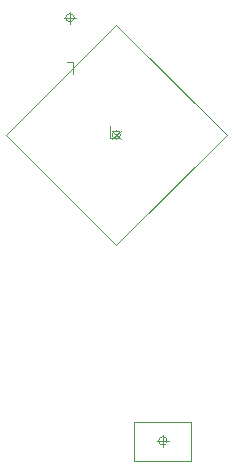
<source format=gbr>
%TF.GenerationSoftware,Altium Limited,Altium Designer,19.0.4 (130)*%
G04 Layer_Color=32768*
%FSLAX26Y26*%
%MOIN*%
%TF.FileFunction,Other,Mechanical_15*%
%TF.Part,Single*%
G01*
G75*
%TA.AperFunction,NonConductor*%
%ADD56C,0.001968*%
%ADD57C,0.003937*%
D56*
X3692835Y1265402D02*
G03*
X3692835Y1265402I-13780J0D01*
G01*
X3537780Y2285000D02*
G03*
X3537780Y2285000I-13780J0D01*
G01*
X3382780Y2676000D02*
G03*
X3382780Y2676000I-13780J0D01*
G01*
X3679055Y1245717D02*
Y1285087D01*
X3659370Y1265402D02*
X3698740D01*
X3510081Y2271081D02*
X3537919Y2298919D01*
X3510081D02*
X3537919Y2271081D01*
X3349315Y2676000D02*
X3388685D01*
X3369000Y2656315D02*
Y2695685D01*
D57*
X3583110Y1197803D02*
Y1327803D01*
Y1197803D02*
X3773110D01*
Y1327803D01*
X3583110D02*
X3773110D01*
X3358156Y2527220D02*
X3377842D01*
Y2488662D02*
Y2527220D01*
X3503826Y2275252D02*
Y2313810D01*
Y2275252D02*
X3523512D01*
X3524000Y1917304D02*
X3891696Y2285000D01*
X3156305D02*
X3524000Y2652695D01*
X3156305Y2285000D02*
X3524000Y1917304D01*
Y2652695D02*
X3891696Y2285000D01*
%TF.MD5,fcb7752a3f9b56feb21568e525d7db86*%
M02*

</source>
